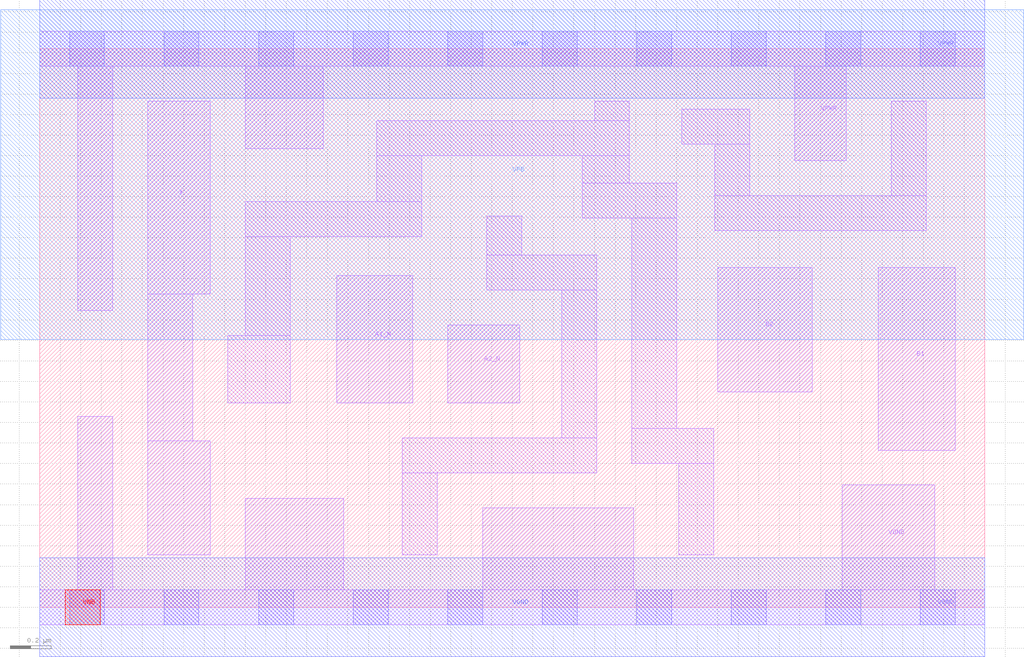
<source format=lef>
# Copyright 2020 The SkyWater PDK Authors
#
# Licensed under the Apache License, Version 2.0 (the "License");
# you may not use this file except in compliance with the License.
# You may obtain a copy of the License at
#
#     https://www.apache.org/licenses/LICENSE-2.0
#
# Unless required by applicable law or agreed to in writing, software
# distributed under the License is distributed on an "AS IS" BASIS,
# WITHOUT WARRANTIES OR CONDITIONS OF ANY KIND, either express or implied.
# See the License for the specific language governing permissions and
# limitations under the License.
#
# SPDX-License-Identifier: Apache-2.0

VERSION 5.7 ;
  NOWIREEXTENSIONATPIN ON ;
  DIVIDERCHAR "/" ;
  BUSBITCHARS "[]" ;
PROPERTYDEFINITIONS
  MACRO maskLayoutSubType STRING ;
  MACRO prCellType STRING ;
  MACRO originalViewName STRING ;
END PROPERTYDEFINITIONS
MACRO sky130_fd_sc_hdll__a2bb2o_2
  CLASS CORE ;
  FOREIGN sky130_fd_sc_hdll__a2bb2o_2 ;
  ORIGIN  0.000000  0.000000 ;
  SIZE  4.600000 BY  2.720000 ;
  SYMMETRY X Y R90 ;
  SITE unithd ;
  PIN A1_N
    ANTENNAGATEAREA  0.178200 ;
    DIRECTION INPUT ;
    USE SIGNAL ;
    PORT
      LAYER li1 ;
        RECT 1.445000 0.995000 1.815000 1.615000 ;
    END
  END A1_N
  PIN A2_N
    ANTENNAGATEAREA  0.178200 ;
    DIRECTION INPUT ;
    USE SIGNAL ;
    PORT
      LAYER li1 ;
        RECT 1.985000 0.995000 2.335000 1.375000 ;
    END
  END A2_N
  PIN B1
    ANTENNAGATEAREA  0.178200 ;
    DIRECTION INPUT ;
    USE SIGNAL ;
    PORT
      LAYER li1 ;
        RECT 4.080000 0.765000 4.455000 1.655000 ;
    END
  END B1
  PIN B2
    ANTENNAGATEAREA  0.178200 ;
    DIRECTION INPUT ;
    USE SIGNAL ;
    PORT
      LAYER li1 ;
        RECT 3.300000 1.050000 3.760000 1.655000 ;
    END
  END B2
  PIN VNB
    PORT
      LAYER pwell ;
        RECT 0.125000 -0.085000 0.295000 0.085000 ;
    END
  END VNB
  PIN VPB
    PORT
      LAYER nwell ;
        RECT -0.190000 1.305000 4.790000 2.910000 ;
    END
  END VPB
  PIN X
    ANTENNADIFFAREA  0.498000 ;
    DIRECTION OUTPUT ;
    USE SIGNAL ;
    PORT
      LAYER li1 ;
        RECT 0.525000 0.255000 0.830000 0.810000 ;
        RECT 0.525000 0.810000 0.745000 1.525000 ;
        RECT 0.525000 1.525000 0.830000 2.465000 ;
    END
  END X
  PIN VGND
    DIRECTION INOUT ;
    USE GROUND ;
    PORT
      LAYER li1 ;
        RECT 0.000000 -0.085000 4.600000 0.085000 ;
        RECT 0.185000  0.085000 0.355000 0.930000 ;
        RECT 1.000000  0.085000 1.480000 0.530000 ;
        RECT 2.155000  0.085000 2.890000 0.485000 ;
        RECT 3.905000  0.085000 4.355000 0.595000 ;
      LAYER mcon ;
        RECT 0.145000 -0.085000 0.315000 0.085000 ;
        RECT 0.605000 -0.085000 0.775000 0.085000 ;
        RECT 1.065000 -0.085000 1.235000 0.085000 ;
        RECT 1.525000 -0.085000 1.695000 0.085000 ;
        RECT 1.985000 -0.085000 2.155000 0.085000 ;
        RECT 2.445000 -0.085000 2.615000 0.085000 ;
        RECT 2.905000 -0.085000 3.075000 0.085000 ;
        RECT 3.365000 -0.085000 3.535000 0.085000 ;
        RECT 3.825000 -0.085000 3.995000 0.085000 ;
        RECT 4.285000 -0.085000 4.455000 0.085000 ;
    END
    PORT
      LAYER met1 ;
        RECT 0.000000 -0.240000 4.600000 0.240000 ;
    END
  END VGND
  PIN VPWR
    DIRECTION INOUT ;
    USE POWER ;
    PORT
      LAYER li1 ;
        RECT 0.000000 2.635000 4.600000 2.805000 ;
        RECT 0.185000 1.445000 0.355000 2.635000 ;
        RECT 1.000000 2.235000 1.380000 2.635000 ;
        RECT 3.675000 2.175000 3.925000 2.635000 ;
      LAYER mcon ;
        RECT 0.145000 2.635000 0.315000 2.805000 ;
        RECT 0.605000 2.635000 0.775000 2.805000 ;
        RECT 1.065000 2.635000 1.235000 2.805000 ;
        RECT 1.525000 2.635000 1.695000 2.805000 ;
        RECT 1.985000 2.635000 2.155000 2.805000 ;
        RECT 2.445000 2.635000 2.615000 2.805000 ;
        RECT 2.905000 2.635000 3.075000 2.805000 ;
        RECT 3.365000 2.635000 3.535000 2.805000 ;
        RECT 3.825000 2.635000 3.995000 2.805000 ;
        RECT 4.285000 2.635000 4.455000 2.805000 ;
    END
    PORT
      LAYER met1 ;
        RECT 0.000000 2.480000 4.600000 2.960000 ;
    END
  END VPWR
  OBS
    LAYER li1 ;
      RECT 0.915000 0.995000 1.220000 1.325000 ;
      RECT 1.000000 1.325000 1.220000 1.805000 ;
      RECT 1.000000 1.805000 1.860000 1.975000 ;
      RECT 1.640000 1.975000 1.860000 2.200000 ;
      RECT 1.640000 2.200000 2.870000 2.370000 ;
      RECT 1.765000 0.255000 1.935000 0.655000 ;
      RECT 1.765000 0.655000 2.710000 0.825000 ;
      RECT 2.175000 1.545000 2.710000 1.715000 ;
      RECT 2.175000 1.715000 2.345000 1.905000 ;
      RECT 2.540000 0.825000 2.710000 1.545000 ;
      RECT 2.640000 1.895000 3.100000 2.065000 ;
      RECT 2.640000 2.065000 2.870000 2.200000 ;
      RECT 2.700000 2.370000 2.870000 2.465000 ;
      RECT 2.880000 0.700000 3.280000 0.870000 ;
      RECT 2.880000 0.870000 3.100000 1.895000 ;
      RECT 3.110000 0.255000 3.280000 0.700000 ;
      RECT 3.125000 2.255000 3.455000 2.425000 ;
      RECT 3.285000 1.835000 4.315000 2.005000 ;
      RECT 3.285000 2.005000 3.455000 2.255000 ;
      RECT 4.145000 2.005000 4.315000 2.465000 ;
  END
  PROPERTY maskLayoutSubType "abstract" ;
  PROPERTY prCellType "standard" ;
  PROPERTY originalViewName "layout" ;
END sky130_fd_sc_hdll__a2bb2o_2
END LIBRARY

</source>
